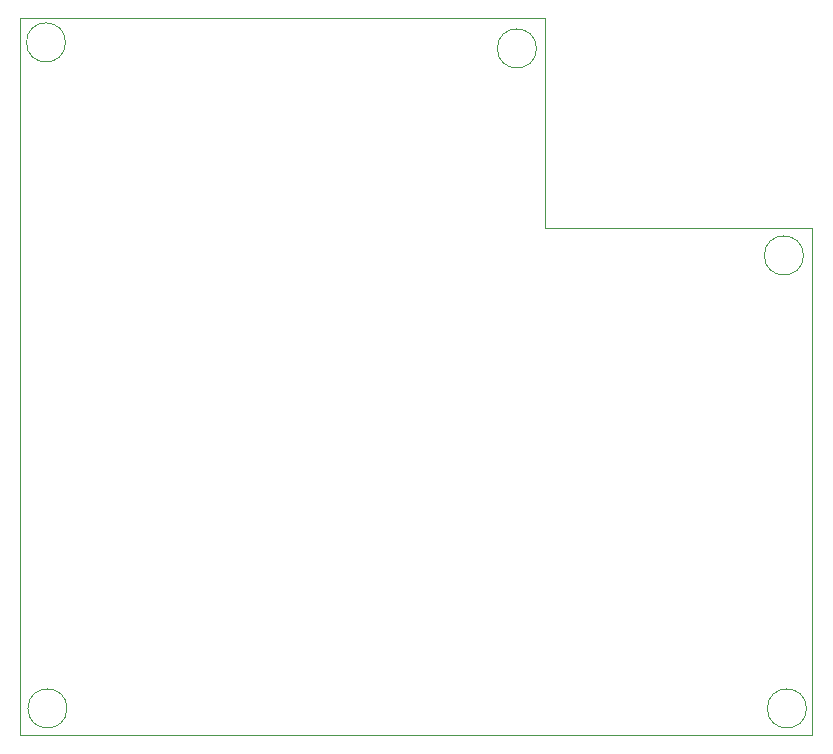
<source format=gbr>
%TF.GenerationSoftware,KiCad,Pcbnew,7.0.10*%
%TF.CreationDate,2024-03-12T15:44:40-06:00*%
%TF.ProjectId,Candy_Machine_rev2,43616e64-795f-44d6-9163-68696e655f72,rev?*%
%TF.SameCoordinates,Original*%
%TF.FileFunction,Profile,NP*%
%FSLAX46Y46*%
G04 Gerber Fmt 4.6, Leading zero omitted, Abs format (unit mm)*
G04 Created by KiCad (PCBNEW 7.0.10) date 2024-03-12 15:44:40*
%MOMM*%
%LPD*%
G01*
G04 APERTURE LIST*
%TA.AperFunction,Profile*%
%ADD10C,0.100000*%
%TD*%
G04 APERTURE END LIST*
D10*
X157103878Y-84582000D02*
X179709878Y-84582000D01*
X112653878Y-66802000D02*
X157103878Y-66802000D01*
X112653878Y-127508000D02*
X112653878Y-66802000D01*
X179709878Y-84582000D02*
X179709878Y-127508000D01*
X179709878Y-127508000D02*
X112653878Y-127508000D01*
X178947878Y-86868000D02*
G75*
G03*
X175636122Y-86868000I-1655878J0D01*
G01*
X175636122Y-86868000D02*
G75*
G03*
X178947878Y-86868000I1655878J0D01*
G01*
X157103878Y-66802000D02*
X157103878Y-84582000D01*
X116473634Y-68834000D02*
G75*
G03*
X113161878Y-68834000I-1655878J0D01*
G01*
X113161878Y-68834000D02*
G75*
G03*
X116473634Y-68834000I1655878J0D01*
G01*
X179201878Y-125222000D02*
G75*
G03*
X175890122Y-125222000I-1655878J0D01*
G01*
X175890122Y-125222000D02*
G75*
G03*
X179201878Y-125222000I1655878J0D01*
G01*
X116595756Y-125222000D02*
G75*
G03*
X113284000Y-125222000I-1655878J0D01*
G01*
X113284000Y-125222000D02*
G75*
G03*
X116595756Y-125222000I1655878J0D01*
G01*
X156341878Y-69342000D02*
G75*
G03*
X153030122Y-69342000I-1655878J0D01*
G01*
X153030122Y-69342000D02*
G75*
G03*
X156341878Y-69342000I1655878J0D01*
G01*
M02*

</source>
